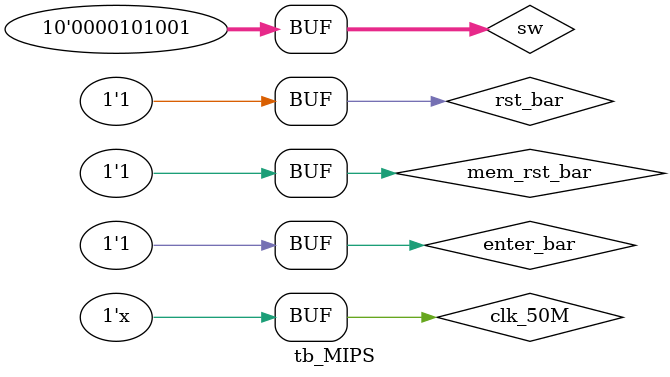
<source format=v>
`timescale 1ns / 1ps

 module tb_MIPS;

reg clk_50M;
reg mem_rst_bar;
reg rst_bar;
reg enter_bar;
reg [9:0] sw;
	
wire [7:0] LEDG;
wire [6:0] segment_1000;
wire [6:0] segment_100;
wire [6:0] segment_10;
wire [6:0] segment_1;

// MIPS ahebf todtjd alc tnstjdp Ekfms aoqvld
Complete_Processor MIPS(clk_50M, mem_rst_bar, rst_bar, enter_bar, sw, LEDG, segment_1000, segment_100, segment_10, segment_1);

initial // dlqfurchrlghk
begin
	clk_50M = 1'b1;
	mem_rst_bar = 1'b1;
	rst_bar = 1'b1;
	enter_bar = 1'b1;
	sw = 10'b0000000000;
end

always
begin
	#10 clk_50M = ~clk_50M;
end

initial
begin
	// Data Read Mode, Data Write Mode È®ÀÎ 
	#10 sw = 10'd3; enter_bar = 1'b0;	// IDLE -> Read Mode
	#10 enter_bar = 1'b1;
	#10 sw = 10'd1; enter_bar = 1'b0;	// READ(1) - 1¹ø ÁÖ¼Ò 
	#10 enter_bar = 1'b1;
	#10 enter_bar = 1'b0;				// READ(2) - 1¹ø ÁÖ¼Ò°ª 12345È®ÀÎ 
	#10 enter_bar = 1'b1;
	#10 sw = 10'd2; enter_bar = 1'b0; 	// IDLE -> Save Mode
	#10 enter_bar = 1'b1;
	#10 sw = 10'd1; enter_bar = 1'b0;	// SAVE(1) - 1¹ø ÁÖ¼Ò 
	#10 enter_bar = 1'b1;
	#10 sw = 10'd777; enter_bar = 1'b0;// SAVE(2) - 1¹ø ÁÖ¼Ò°ª 777ÀÔ·Â 
	#10 enter_bar = 1'b1;
	#10 sw = 10'd3; enter_bar = 1'b0;	// IDLE -> Read Mode
	#10 enter_bar = 1'b1;
	#10 sw = 10'd1; enter_bar = 1'b0;	// READ(1) - 1¹ø ÁÖ¼Ò 
	#10 enter_bar = 1'b1;
	#10 enter_bar = 1'b0;				// READ(2) - 1¹ø ÁÖ¼Ò°ª 777È®ÀÎ 
	#10 enter_bar = 1'b1;
	#10 sw = 10'd2; enter_bar = 1'b0; 	// IDLE -> Save Mode
	#10 enter_bar = 1'b1;
	#10 sw = 10'd2; enter_bar = 1'b0;	// SAVE(1) - 2¹ø ÁÖ¼Ò 
	#10 enter_bar = 1'b1;
	#10 sw = 10'd100; enter_bar = 1'b0;// SAVE(2) - 2¹ø ÁÖ¼Ò°ª 100ÀÔ·Â 
	#10 enter_bar = 1'b1;
	#10 sw = 10'd2; enter_bar = 1'b0; 	// IDLE -> Save Mode
	#10 enter_bar = 1'b1;
	#10 sw = 10'd3; enter_bar = 1'b0;	// SAVE(1) - 3¹ø ÁÖ¼Ò 
	#10 enter_bar = 1'b1;
	#10 sw = 10'd30; enter_bar = 1'b0;// SAVE(2) - 3¹ø ÁÖ¼Ò°ª 30ÀÔ·Â 
	#10 enter_bar = 1'b1;
	#10 sw = 10'd2; enter_bar = 1'b0; 	// IDLE -> Save Mode
	#10 enter_bar = 1'b1;
	#10 sw = 10'd0; enter_bar = 1'b0;	// SAVE(1) - 0¹ø ÁÖ¼Ò 
	#10 enter_bar = 1'b1;
	#10 sw = 10'd0; enter_bar = 1'b0;	// SAVE(2) - 0¹ø ÁÖ¼Ò°ª 0ÀÔ·Â 
	#10 enter_bar = 1'b1;
	
	// Opcode Input Mode, Opcode Execution Mode È®ÀÎ (add, sub, mul, div °á°ú ÀúÀå) 
	#10 sw = 10'd4; enter_bar = 1'b0;	// IDLE -> Opcode Input Mode
	#10 enter_bar = 1'b1;
	#10 sw = 10'b0010001100; enter_bar = 1'b0;	// Opcode Input Mode(1)
	#10 enter_bar = 1'b1;	// SR1 = 2 SR2 = 3 
	#10 sw = 10'b0000001000; enter_bar = 1'b0;	// Opcode Input Mode(2)
	#10 enter_bar = 1'b1;	// DR = 4 opr Mode = 0(add)  output Mode = 0(save)
	#10 enter_bar = 1'b0;						// Opcode Execution Mode
	#10 enter_bar = 1'b1;
	#10 sw = 10'd4; enter_bar = 1'b0;	// IDLE -> Opcode Input Mode
	#10 enter_bar = 1'b1;
	#10 sw = 10'b0010001101; enter_bar = 1'b0;	// Opcode Input Mode(1)
	#10 enter_bar = 1'b1;	// SR1 = 2 SR2 = 3 
	#10 sw = 10'b0000001010; enter_bar = 1'b0;	// Opcode Input Mode(2)
	#10 enter_bar = 1'b1;	// DR = 5 opr Mode = 1(sub)  output Mode = 0(save)
	#10 enter_bar = 1'b0;						// Opcode Execution Mode
	#10 enter_bar = 1'b1;
	#10 sw = 10'd4; enter_bar = 1'b0;	// IDLE -> Opcode Input Mode
	#10 enter_bar = 1'b1;
	#10 sw = 10'b0010001110; enter_bar = 1'b0;	// Opcode Input Mode(1)
	#10 enter_bar = 1'b1;	// SR1 = 2 SR2 = 3 
	#10 sw = 10'b0000001100; enter_bar = 1'b0;	// Opcode Input Mode(2)
	#10 enter_bar = 1'b1;	// DR = 6 opr Mode = 2(mul)  output Mode = 0(save)
	#10 enter_bar = 1'b0;						// Opcode Execution Mode
	#10 enter_bar = 1'b1;
	#10 sw = 10'd4; enter_bar = 1'b0;	// IDLE -> Opcode Input Mode
	#10 enter_bar = 1'b1;
	#10 sw = 10'b0010001111; enter_bar = 1'b0;	// Opcode Input Mode(1)
	#10 enter_bar = 1'b1;	// SR1 = 2 SR2 = 3 
	#10 sw = 10'b0000001110; enter_bar = 1'b0;	// Opcode Input Mode(2)
	#10 enter_bar = 1'b1;	// DR = 7 opr Mode = 3(div)  output Mode = 0(save)
	#10 enter_bar = 1'b0;						// Opcode Execution Mode
	#10 enter_bar = 1'b1;
	#10 sw = 10'd3; enter_bar = 1'b0;	// IDLE -> Read Mode
	#10 enter_bar = 1'b1;	
	#10 sw = 10'd4; enter_bar = 1'b0;	// READ(1) - 4¹ø ÁÖ¼Ò 
	#10 enter_bar = 1'b1;
	#10 enter_bar = 1'b0;				// READ(2) - 4¹ø ÁÖ¼Ò°ª 130È®ÀÎ 
	#10 enter_bar = 1'b1;
	#10 sw = 10'd3; enter_bar = 1'b0;	// IDLE -> Read Mode
	#10 enter_bar = 1'b1;	
	#10 sw = 10'd5; enter_bar = 1'b0;	// READ(1) - 5¹ø ÁÖ¼Ò 
	#10 enter_bar = 1'b1;
	#10 enter_bar = 1'b0;				// READ(2) - 5¹ø ÁÖ¼Ò°ª 70È®ÀÎ 
	#10 enter_bar = 1'b1;
	#10 sw = 10'd3; enter_bar = 1'b0;	// IDLE -> Read Mode
	#10 enter_bar = 1'b1;	
	#10 sw = 10'd6; enter_bar = 1'b0;	// READ(1) - 6¹ø ÁÖ¼Ò 
	#10 enter_bar = 1'b1;
	#10 enter_bar = 1'b0;				// READ(2) - 6¹ø ÁÖ¼Ò°ª 3000È®ÀÎ 
	#10 enter_bar = 1'b1;
	#10 sw = 10'd3; enter_bar = 1'b0;	// IDLE -> Read Mode
	#10 enter_bar = 1'b1;	
	#10 sw = 10'd7; enter_bar = 1'b0;	// READ(1) - 7¹ø ÁÖ¼Ò 
	#10 enter_bar = 1'b1;
	#10 enter_bar = 1'b0;				// READ(2) - 7¹ø ÁÖ¼Ò°ª 3È®ÀÎ 
	#10 enter_bar = 1'b1;
	
	// Opcode Input Mode, Opcode Execution Mode È®ÀÎ (add, sub, mul, div °á°ú Ãâ·Â) 
	#10 sw = 10'd4; enter_bar = 1'b0;	// IDLE -> Opcode Input Mode
	#10 enter_bar = 1'b1;
	#10 sw = 10'b0010001100; enter_bar = 1'b0;	// Opcode Input Mode(1)
	#10 enter_bar = 1'b1;	// SR1 = 2 SR2 = 3 
	#10 sw = 10'b0000001111; enter_bar = 1'b0;	// Opcode Input Mode(2)
	#10 enter_bar = 1'b1;	// DR = 7 opr Mode = 0(add)  output Mode = 1(display)
	#10 enter_bar = 1'b0;						// Opcode Execution Mode
	#10 enter_bar = 1'b1;
	#10 sw = 10'd4; enter_bar = 1'b0;	// IDLE -> Opcode Input Mode
	#10 enter_bar = 1'b1;
	#10 sw = 10'b0010001101; enter_bar = 1'b0;	// Opcode Input Mode(1)
	#10 enter_bar = 1'b1;	// SR1 = 2 SR2 = 3 
	#10 sw = 10'b0000001101; enter_bar = 1'b0;	// Opcode Input Mode(2)
	#10 enter_bar = 1'b1;	// DR = 6 opr Mode = 1(sub)  output Mode = 1(display)
	#10 enter_bar = 1'b0;						// Opcode Execution Mode
	#10 enter_bar = 1'b1;
	#10 sw = 10'd4; enter_bar = 1'b0;	// IDLE -> Opcode Input Mode
	#10 enter_bar = 1'b1;
	#10 sw = 10'b0010001110; enter_bar = 1'b0;	// Opcode Input Mode(1)
	#10 enter_bar = 1'b1;	// SR1 = 2 SR2 = 3 
	#10 sw = 10'b0000001011; enter_bar = 1'b0;	// Opcode Input Mode(2)
	#10 enter_bar = 1'b1;	// DR = 5 opr Mode = 2(mul)  output Mode = 1(display)
	#10 enter_bar = 1'b0;						// Opcode Execution Mode
	#10 enter_bar = 1'b1;
	#10 sw = 10'd4; enter_bar = 1'b0;	// IDLE -> Opcode Input Mode
	#10 enter_bar = 1'b1;	
	#10 sw = 10'b0010001111; enter_bar = 1'b0;	// Opcode Input Mode(1)
	#10 enter_bar = 1'b1;	// SR1 = 2 SR2 = 3 
	#10 sw = 10'b0000001001; enter_bar = 1'b0;	// Opcode Input Mode(2)
	#10 enter_bar = 1'b1;	// DR = 4 opr Mode = 3(div)  output Mode = 1(display)
	#10 enter_bar = 1'b0;						// Opcode Execution Mode
	#10 enter_bar = 1'b1;
	
	// Opcode Input Mode, Opcode Execution Mode È®ÀÎ (add(»ý·«), sub, mul, div ¿À¹öÇÃ·Î¿ì ¿¹¿ÜÃ³¸®) 
	#10 sw = 10'd4; enter_bar = 1'b0;	// IDLE -> Opcode Input Mode
	#10 enter_bar = 1'b1;
	#10 sw = 10'b0011000101; enter_bar = 1'b0;	// Opcode Input Mode(1)
	#10 enter_bar = 1'b1;	// SR1 = 3 SR2 = 1 
	#10 sw = 10'b0000001010; enter_bar = 1'b0;	// Opcode Input Mode(2)
	#10 enter_bar = 1'b1;	// DR = 5 opr Mode = 1(sub)  output Mode = 0(save)
	#10 enter_bar = 1'b0;						// Opcode Execution Mode
	#10 enter_bar = 1'b1;
	#10 sw = 10'd4; enter_bar = 1'b0;	// IDLE -> Opcode Input Mode
	#10 enter_bar = 1'b1;
	#10 sw = 10'b0001000110; enter_bar = 1'b0;	// Opcode Input Mode(1)
	#10 enter_bar = 1'b1;	// SR1 = 1 SR2 = 1 
	#10 sw = 10'b0000001100; enter_bar = 1'b0;	// Opcode Input Mode(2)
	#10 enter_bar = 1'b1;	// DR = 6 opr Mode = 2(mul)  output Mode = 0(save)
	#10 enter_bar = 1'b0;						// Opcode Execution Mode
	#10 enter_bar = 1'b1;
	#10 sw = 10'd4; enter_bar = 1'b0;	// IDLE -> Opcode Input Mode
	#10 enter_bar = 1'b1;
	#10 sw = 10'b0010000011; enter_bar = 1'b0;	// Opcode Input Mode(1)
	#10 enter_bar = 1'b1;	// SR1 = 2 SR2 = 0 
	#10 sw = 10'b0000001110; enter_bar = 1'b0;	// Opcode Input Mode(2)
	#10 enter_bar = 1'b1;	// DR = 7 opr Mode = 3(div)  output Mode = 0(save)
	#10 enter_bar = 1'b0;						// Opcode Execution Mode
	#10 enter_bar = 1'b1;

	// Opcode Input Mode, Opcode Execution Mode È®ÀÎ (addi, subi, muli, divi °á°ú Ãâ·Â) 
	#10 sw = 10'd4; enter_bar = 1'b0;	// IDLE -> Opcode Input Mode
	#10 enter_bar = 1'b1;
	#10 sw = 10'b0010001100; enter_bar = 1'b0;	// Opcode Input Mode(1)
	#10 enter_bar = 1'b1;	// SR1 = 2 SR2 = 3 
	#10 sw = 10'b0000101001; enter_bar = 1'b0;	// Opcode Input Mode(2)
	#10 enter_bar = 1'b1;	// DR = 4 opr Mode = 4(addi)  output Mode = 1(display)
	#10 enter_bar = 1'b0;						// Opcode Execution Mode
	#10 enter_bar = 1'b1;
	#10 sw = 10'd4; enter_bar = 1'b0;	// IDLE -> Opcode Input Mode
	#10 enter_bar = 1'b1;
	#10 sw = 10'b0010001101; enter_bar = 1'b0;	// Opcode Input Mode(1)
	#10 enter_bar = 1'b1;	// SR1 = 2 SR2 = 3 
	#10 sw = 10'b0000101011; enter_bar = 1'b0;	// Opcode Input Mode(2)
	#10 enter_bar = 1'b1;	// DR = 5 opr Mode = 5(subi)  output Mode = 1(display)
	#10 enter_bar = 1'b0;						// Opcode Execution Mode
	#10 enter_bar = 1'b1;
	#10 sw = 10'd4; enter_bar = 1'b0;	// IDLE -> Opcode Input Mode
	#10 enter_bar = 1'b1;
	#10 sw = 10'b0010001110; enter_bar = 1'b0;	// Opcode Input Mode(1)
	#10 enter_bar = 1'b1;	// SR1 = 2 SR2 = 3 
	#10 sw = 10'b0000101101; enter_bar = 1'b0;	// Opcode Input Mode(2)
	#10 enter_bar = 1'b1;	// DR = 6 opr Mode = 6(muli)  output Mode = 1(display)
	#10 enter_bar = 1'b0;						// Opcode Execution Mode
	#10 enter_bar = 1'b1;
	#10 sw = 10'd4; enter_bar = 1'b0;	// IDLE -> Opcode Input Mode
	#10 enter_bar = 1'b1;	
	#10 sw = 10'b0010001111; enter_bar = 1'b0;	// Opcode Input Mode(1)
	#10 enter_bar = 1'b1;	// SR1 = 2 SR2 = 3 
	#10 sw = 10'b0000101111; enter_bar = 1'b0;	// Opcode Input Mode(2)
	#10 enter_bar = 1'b1;	// DR = 7 opr Mode = 7(divi)  output Mode = 1(display)
	#10 enter_bar = 1'b0;						// Opcode Execution Mode
	#10 enter_bar = 1'b1;
	
	// state rest, memory reset È®ÀÎ
	#10 sw = 10'd4; enter_bar = 1'b0;	// IDLE -> Opcode Input Mode
	#10 enter_bar = 1'b1;
	#10 sw = 10'b0010001100; enter_bar = 1'b0;	// Opcode Input Mode(1)
	#10 enter_bar = 1'b1;	// SR1 = 2 SR2 = 3 
	#10 sw = 10'b0000101001; rst_bar = 1'b0;	// Opcode Input Mode(2) -> State Reset!
	#10 rst_bar = 1'b1;
	
	#20 mem_rst_bar = 1'b0;				// IDLE -> Memory Reset!
	#330 mem_rst_bar = 1'b1;
	
end
 
endmodule 
</source>
